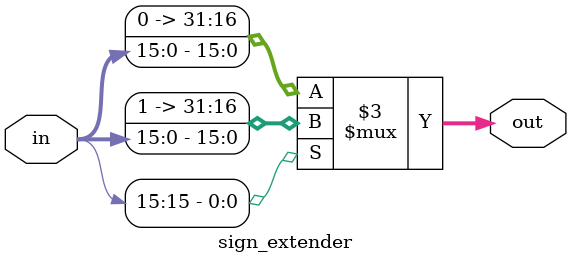
<source format=v>
module sign_extender(input [15:0] in, output [31:0] out);
    reg [31:0] out;

    // Check the sign bit (bit 15) of the input
    always @(*) begin
        if (in[15]) begin
            // If the sign bit is 1, extend the sign by filling the upper 16 bits with 1s
            out = {16'b1111111111111111, in};
        end else begin
            // If the sign bit is 0, extend the sign by filling the upper 16 bits with 0s
            out = {16'b0000000000000000, in};
        end
    end
endmodule
</source>
